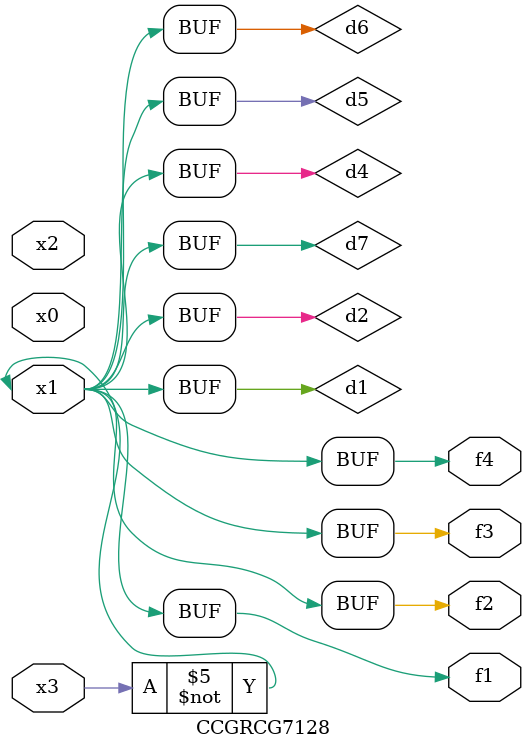
<source format=v>
module CCGRCG7128(
	input x0, x1, x2, x3,
	output f1, f2, f3, f4
);

	wire d1, d2, d3, d4, d5, d6, d7;

	not (d1, x3);
	buf (d2, x1);
	xnor (d3, d1, d2);
	nor (d4, d1);
	buf (d5, d1, d2);
	buf (d6, d4, d5);
	nand (d7, d4);
	assign f1 = d6;
	assign f2 = d7;
	assign f3 = d6;
	assign f4 = d6;
endmodule

</source>
